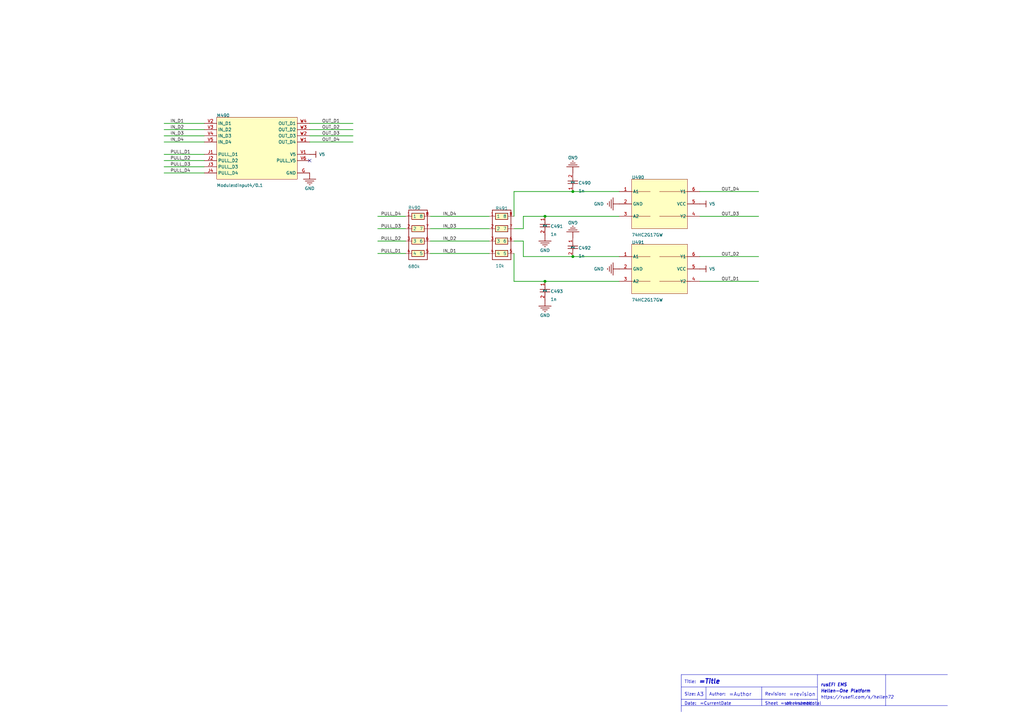
<source format=kicad_sch>
(kicad_sch (version 20210406) (generator eeschema)
  (paper "A3")
  (title_block (title "Hellen-One VR") (rev "0.1"))
  (lib_symbols
    (symbol "hellen1-dinput4-altium-import:0_74LVC2G34"
      (property "Value" "0_74LVC2G34" (at 0 0 0))
      (symbol "0_74LVC2G34_1_0"
        (rectangle (start 22.86 0) (end 0 -20.32) (fill (type background)))
        (polyline (pts (xy 0 -15.24) (xy 7.62 -15.24)))
        (polyline (pts (xy 0 -5.08) (xy 7.62 -5.08)))
        (polyline (pts (xy 11.43 -15.24) (xy 24.13 -15.24)))
        (polyline (pts (xy 22.86 -5.08) (xy 11.43 -5.08)))
        (pin input line (at -5.08 -5.08 0) (length 5.08) (name "A1") (number "1"))
        (pin passive line (at -5.08 -10.16 0) (length 5.08) (name "GND") (number "2"))
        (pin input line (at -5.08 -15.24 0) (length 5.08) (name "A2") (number "3"))
        (pin output line (at 27.94 -15.24 180) (length 5.08) (name "Y2") (number "4"))
        (pin power_in line (at 27.94 -10.16 180) (length 5.08) (name "VCC") (number "5"))
        (pin output line (at 27.94 -5.08 180) (length 5.08) (name "Y1") (number "6"))
      )
    )
    (symbol "hellen1-dinput4-altium-import:0_Cap"
      (property "Value" "0_Cap" (at 0 0 0))
      (symbol "0_Cap_1_0"
        (polyline (pts (xy -2.032 -3.302) (xy 2.032 -3.302)) (stroke (width 0.254)))
        (polyline (pts (xy 0 -5.08) (xy 0 -4.318)) (stroke (width 0.254)))
        (polyline (pts (xy 0 -2.54) (xy 0 -3.302)) (stroke (width 0.254)))
        (polyline (pts (xy 2.032 -4.318) (xy -2.032 -4.318)) (stroke (width 0.254)))
        (pin passive line (at 0 0 270) (length 2.54) (name "1") (number "1"))
        (pin passive line (at 0 -7.62 90) (length 2.54) (name "2") (number "2"))
      )
    )
    (symbol "hellen1-dinput4-altium-import:0_Mod-Hellen-DINPUT4"
      (property "Value" "0_Mod-Hellen-DINPUT4" (at 0 0 0))
      (symbol "0_Mod-Hellen-DINPUT4_1_0"
        (rectangle (start 33.02 0) (end 0 -25.4) (fill (type background)))
        (pin passive line (at 38.1 -22.86 180) (length 5.08) (name "GND") (number "G"))
        (pin passive line (at -5.08 -15.24 0) (length 5.08) (name "PULL_D1") (number "J1"))
        (pin passive line (at -5.08 -17.78 0) (length 5.08) (name "PULL_D2") (number "J2"))
        (pin passive line (at -5.08 -20.32 0) (length 5.08) (name "PULL_D3") (number "J3"))
        (pin passive line (at -5.08 -22.86 0) (length 5.08) (name "PULL_D4") (number "J4"))
        (pin passive line (at 38.1 -15.24 180) (length 5.08) (name "V5") (number "V1"))
        (pin passive line (at -5.08 -2.54 0) (length 5.08) (name "IN_D1") (number "V2"))
        (pin passive line (at -5.08 -5.08 0) (length 5.08) (name "IN_D2") (number "V3"))
        (pin passive line (at -5.08 -7.62 0) (length 5.08) (name "IN_D3") (number "V4"))
        (pin passive line (at -5.08 -10.16 0) (length 5.08) (name "IN_D4") (number "V5"))
        (pin passive line (at 38.1 -17.78 180) (length 5.08) (name "PULL_V5") (number "V6"))
        (pin passive line (at 38.1 -10.16 180) (length 5.08) (name "OUT_D4") (number "W1"))
        (pin passive line (at 38.1 -7.62 180) (length 5.08) (name "OUT_D3") (number "W2"))
        (pin passive line (at 38.1 -5.08 180) (length 5.08) (name "OUT_D2") (number "W3"))
        (pin passive line (at 38.1 -2.54 180) (length 5.08) (name "OUT_D1") (number "W4"))
      )
    )
    (symbol "hellen1-dinput4-altium-import:2_Cap"
      (property "Value" "2_Cap" (at 0 0 0))
      (symbol "2_Cap_1_0"
        (polyline (pts (xy -2.032 4.318) (xy 2.032 4.318)) (stroke (width 0.254)))
        (polyline (pts (xy 0 2.54) (xy 0 3.302)) (stroke (width 0.254)))
        (polyline (pts (xy 0 5.08) (xy 0 4.318)) (stroke (width 0.254)))
        (polyline (pts (xy 2.032 3.302) (xy -2.032 3.302)) (stroke (width 0.254)))
        (pin passive line (at 0 0 90) (length 2.54) (name "1") (number "1"))
        (pin passive line (at 0 7.62 270) (length 2.54) (name "2") (number "2"))
      )
    )
    (symbol "hellen1-dinput4-altium-import:3_Res Array 4"
      (property "Value" "3_Res Array 4" (at 0 0 0))
      (symbol "3_Res Array 4_1_0"
        (rectangle (start -2.54 -13.97) (end -7.62 -16.51) (stroke (width 0.254)) (fill (type background)))
        (rectangle (start -2.54 -8.89) (end -7.62 -11.43) (stroke (width 0.254)) (fill (type background)))
        (rectangle (start -2.54 -3.81) (end -7.62 -6.35) (stroke (width 0.254)) (fill (type background)))
        (rectangle (start -2.54 1.27) (end -7.62 -1.27) (stroke (width 0.254)) (fill (type background)))
        (polyline (pts (xy -8.89 -17.78) (xy -1.27 -17.78)) (stroke (width 0.254)))
        (polyline (pts (xy -8.89 2.54) (xy -8.89 -17.78)) (stroke (width 0.254)))
        (polyline (pts (xy -8.89 2.54) (xy -1.27 2.54)) (stroke (width 0.254)))
        (polyline (pts (xy -1.27 2.54) (xy -1.27 -17.78)) (stroke (width 0.254)))
        (pin passive line (at -10.16 0 0) (length 2.54) (name "1") (number "1"))
        (pin passive line (at -10.16 -5.08 0) (length 2.54) (name "2") (number "2"))
        (pin passive line (at -10.16 -10.16 0) (length 2.54) (name "3") (number "3"))
        (pin passive line (at -10.16 -15.24 0) (length 2.54) (name "4") (number "4"))
        (pin passive line (at 0 -15.24 180) (length 2.54) (name "5") (number "5"))
        (pin passive line (at 0 -10.16 180) (length 2.54) (name "6") (number "6"))
        (pin passive line (at 0 -5.08 180) (length 2.54) (name "7") (number "7"))
        (pin passive line (at 0 0 180) (length 2.54) (name "8") (number "8"))
      )
    )
    (symbol "hellen1-dinput4-altium-import:GND" (power)
      (property "Reference" "#PWR" (at 0 0 0))
      (property "Value" "GND" (at 0 6.35 0))
      (symbol "GND_0_0"
        (polyline (pts (xy -2.54 -2.54) (xy 2.54 -2.54)) (stroke (width 0.254)))
        (polyline (pts (xy -1.778 -3.302) (xy 1.778 -3.302)) (stroke (width 0.254)))
        (polyline (pts (xy -1.016 -4.064) (xy 1.016 -4.064)) (stroke (width 0.254)))
        (polyline (pts (xy -0.254 -4.826) (xy 0.254 -4.826)) (stroke (width 0.254)))
        (polyline (pts (xy 0 0) (xy 0 -2.54)) (stroke (width 0.254)))
        (pin power_in line (at 0 0 0) (length 0) hide (name "GND") (number ""))
      )
    )
    (symbol "hellen1-dinput4-altium-import:V5" (power)
      (property "Reference" "#PWR" (at 0 0 0))
      (property "Value" "V5" (at 0 3.81 0))
      (symbol "V5_0_0"
        (polyline (pts (xy -1.27 -2.54) (xy 1.27 -2.54)) (stroke (width 0.254)))
        (polyline (pts (xy 0 0) (xy 0 -2.54)) (stroke (width 0.254)))
        (pin power_in line (at 0 0 0) (length 0) hide (name "V5") (number ""))
      )
    )
  )
  (junction (at 223.52 88.7222) (diameter 1.016))
  (junction (at 223.52 115.3922) (diameter 1.016))
  (junction (at 234.95 78.5622) (diameter 1.016))
  (junction (at 234.95 105.2322) (diameter 1.016))
  (no_connect (at 127 65.8622))
  (wire (pts (xy 67.31 50.6222) (xy 83.82 50.6222)) (stroke (width 0.254)))
  (wire (pts (xy 67.31 53.1622) (xy 83.82 53.1622)) (stroke (width 0.254)))
  (wire (pts (xy 67.31 55.7022) (xy 83.82 55.7022)) (stroke (width 0.254)))
  (wire (pts (xy 67.31 58.2422) (xy 83.82 58.2422)) (stroke (width 0.254)))
  (wire (pts (xy 67.31 63.3222) (xy 83.82 63.3222)) (stroke (width 0.254)))
  (wire (pts (xy 67.31 65.8622) (xy 83.82 65.8622)) (stroke (width 0.254)))
  (wire (pts (xy 67.31 68.4022) (xy 83.82 68.4022)) (stroke (width 0.254)))
  (wire (pts (xy 67.31 70.9422) (xy 83.82 70.9422)) (stroke (width 0.254)))
  (wire (pts (xy 127 50.6222) (xy 144.78 50.6222)) (stroke (width 0.254)))
  (wire (pts (xy 127 53.1622) (xy 144.78 53.1622)) (stroke (width 0.254)))
  (wire (pts (xy 127 55.7022) (xy 144.78 55.7022)) (stroke (width 0.254)))
  (wire (pts (xy 127 58.2422) (xy 144.78 58.2422)) (stroke (width 0.254)))
  (wire (pts (xy 154.94 88.7222) (xy 166.37 88.7222)) (stroke (width 0.254)))
  (wire (pts (xy 154.94 93.8022) (xy 166.37 93.8022)) (stroke (width 0.254)))
  (wire (pts (xy 154.94 98.8822) (xy 166.37 98.8822)) (stroke (width 0.254)))
  (wire (pts (xy 154.94 103.9622) (xy 166.37 103.9622)) (stroke (width 0.254)))
  (wire (pts (xy 176.53 88.7222) (xy 200.66 88.7222)) (stroke (width 0.254)))
  (wire (pts (xy 176.53 93.8022) (xy 200.66 93.8022)) (stroke (width 0.254)))
  (wire (pts (xy 176.53 98.8822) (xy 200.66 98.8822)) (stroke (width 0.254)))
  (wire (pts (xy 176.53 103.9622) (xy 200.66 103.9622)) (stroke (width 0.254)))
  (wire (pts (xy 210.82 78.5622) (xy 210.82 88.7222)) (stroke (width 0.254)))
  (wire (pts (xy 210.82 115.3922) (xy 210.82 103.9622)) (stroke (width 0.254)))
  (wire (pts (xy 214.63 88.7222) (xy 214.63 93.8022)) (stroke (width 0.254)))
  (wire (pts (xy 214.63 93.8022) (xy 210.82 93.8022)) (stroke (width 0.254)))
  (wire (pts (xy 214.63 98.8822) (xy 210.82 98.8822)) (stroke (width 0.254)))
  (wire (pts (xy 214.63 105.2322) (xy 214.63 98.8822)) (stroke (width 0.254)))
  (wire (pts (xy 223.52 88.7222) (xy 214.63 88.7222)) (stroke (width 0.254)))
  (wire (pts (xy 223.52 115.3922) (xy 210.82 115.3922)) (stroke (width 0.254)))
  (wire (pts (xy 234.95 78.5622) (xy 210.82 78.5622)) (stroke (width 0.254)))
  (wire (pts (xy 234.95 105.2322) (xy 214.63 105.2322)) (stroke (width 0.254)))
  (wire (pts (xy 254 78.5622) (xy 234.95 78.5622)) (stroke (width 0.254)))
  (wire (pts (xy 254 88.7222) (xy 223.52 88.7222)) (stroke (width 0.254)))
  (wire (pts (xy 254 105.2322) (xy 234.95 105.2322)) (stroke (width 0.254)))
  (wire (pts (xy 254 115.3922) (xy 223.52 115.3922)) (stroke (width 0.254)))
  (wire (pts (xy 287.02 78.5622) (xy 311.15 78.5622)) (stroke (width 0.254)))
  (wire (pts (xy 287.02 88.7222) (xy 311.15 88.7222)) (stroke (width 0.254)))
  (wire (pts (xy 287.02 105.2322) (xy 311.15 105.2322)) (stroke (width 0.254)))
  (wire (pts (xy 287.02 115.3922) (xy 311.15 115.3922)) (stroke (width 0.254)))
  (polyline (pts (xy 279.4 276.6822) (xy 279.4 291.9222)) (stroke (width 0) (type solid)))
  (polyline (pts (xy 279.4 281.7622) (xy 335.28 281.7622)) (stroke (width 0) (type solid)))
  (polyline (pts (xy 279.4 286.8422) (xy 335.28 286.8422)) (stroke (width 0) (type solid)))
  (polyline (pts (xy 289.56 281.7622) (xy 289.56 286.8422)) (stroke (width 0) (type solid)))
  (polyline (pts (xy 312.42 281.7622) (xy 312.42 289.3822)) (stroke (width 0) (type solid)))
  (polyline (pts (xy 335.28 276.6822) (xy 335.28 289.3822)) (stroke (width 0) (type solid)))
  (polyline (pts (xy 363.22 276.6822) (xy 279.4 276.6822)) (stroke (width 0) (type solid)))
  (polyline (pts (xy 363.22 276.6822) (xy 363.22 289.3822)) (stroke (width 0) (type solid)))
  (polyline (pts (xy 363.22 289.3822) (xy 279.4 289.3822)) (stroke (width 0) (type solid)))
  (polyline (pts (xy 363.22 289.3822) (xy 388.62 289.3822)) (stroke (width 0) (type solid)))
  (polyline (pts (xy 388.62 276.6822) (xy 363.22 276.6822)) (stroke (width 0) (type solid)))
  (text "Title:" (at 280.67 280.4922 180) (effects (font (size 1.27 1.27)) (justify left bottom)))
  (text "Size:" (at 280.67 285.5722 180) (effects (font (size 1.27 1.27)) (justify left bottom)))
  (text "Date:" (at 280.67 289.3822 180) (effects (font (size 1.27 1.27)) (justify left bottom)))
  (text "A3" (at 285.75 285.8262 180) (effects (font (size 1.524 1.524)) (justify left bottom)))
  (text "=Title" (at 286.512 280.7462 180) (effects (font (size 1.905 1.905) bold italic) (justify left bottom)))
  (text "=CurrentDate" (at 287.02 289.3822 180) (effects (font (size 1.27 1.27)) (justify left bottom)))
  (text "Author:" (at 290.83 285.5722 180) (effects (font (size 1.27 1.27)) (justify left bottom)))
  (text "=Author" (at 298.958 285.8262 180) (effects (font (size 1.524 1.524)) (justify left bottom)))
  (text "Revision:" (at 313.69 285.5722 180) (effects (font (size 1.27 1.27)) (justify left bottom)))
  (text "Sheet" (at 313.69 289.3822 180) (effects (font (size 1.27 1.27)) (justify left bottom)))
  (text "=sheetnumber" (at 320.04 289.3822 180) (effects (font (size 1.27 1.27)) (justify left bottom)))
  (text "of" (at 322.326 289.3822 180) (effects (font (size 1.27 1.27)) (justify left bottom)))
  (text "=revision" (at 323.596 285.8262 180) (effects (font (size 1.524 1.524)) (justify left bottom)))
  (text "=sheettotal" (at 325.628 289.3822 180) (effects (font (size 1.27 1.27)) (justify left bottom)))
  (text "rusEFI EMS" (at 336.55 281.7622 180) (effects (font (size 1.27 1.27) bold italic) (justify left bottom)))
  (text "Hellen-One Platform" (at 336.55 284.3022 180) (effects (font (size 1.27 1.27) bold italic) (justify left bottom)))
  (text "https://rusefi.com/s/hellen72" (at 336.55 286.8422 180) (effects (font (size 1.27 1.27) italic) (justify left bottom)))
  (label "IN_D1" (at 69.85 50.6222 0))
  (label "IN_D2" (at 69.85 53.1622 0))
  (label "IN_D3" (at 69.85 55.7022 0))
  (label "IN_D4" (at 69.85 58.2422 0))
  (label "PULL_D1" (at 69.85 63.3222 0))
  (label "PULL_D2" (at 69.85 65.8622 0))
  (label "PULL_D3" (at 69.85 68.4022 0))
  (label "PULL_D4" (at 69.85 70.9422 0))
  (label "OUT_D1" (at 132.08 50.6222 0))
  (label "OUT_D2" (at 132.08 53.1622 0))
  (label "OUT_D3" (at 132.08 55.7022 0))
  (label "OUT_D4" (at 132.08 58.2422 0))
  (label "PULL_D4" (at 156.21 88.7222 0))
  (label "PULL_D3" (at 156.21 93.8022 0))
  (label "PULL_D2" (at 156.21 98.8822 0))
  (label "PULL_D1" (at 156.21 103.9622 0))
  (label "IN_D4" (at 181.61 88.7222 0))
  (label "IN_D3" (at 181.61 93.8022 0))
  (label "IN_D2" (at 181.61 98.8822 0))
  (label "IN_D1" (at 181.61 103.9622 0))
  (label "OUT_D4" (at 295.91 78.5622 0))
  (label "OUT_D3" (at 295.91 88.7222 0))
  (label "OUT_D2" (at 295.91 105.2322 0))
  (label "OUT_D1" (at 295.91 115.3922 0))
  (symbol (lib_id "hellen1-dinput4-altium-import:V5") (at 127 63.3222 90) (unit 1)
    (property "Reference" "#PWR?" (effects hide))
    (property "Value" "V5" (at 130.81 63.3222 -90) (effects (justify left)))
  )
  (symbol (lib_id "hellen1-dinput4-altium-import:V5") (at 287.02 83.6422 90) (unit 1)
    (property "Reference" "#PWR?" (effects hide))
    (property "Value" "V5" (at 290.83 83.6422 -90) (effects (justify left)))
  )
  (symbol (lib_id "hellen1-dinput4-altium-import:V5") (at 287.02 110.3122 90) (unit 1)
    (property "Reference" "#PWR?" (effects hide))
    (property "Value" "V5" (at 290.83 110.3122 -90) (effects (justify left)))
  )
  (symbol (lib_id "hellen1-dinput4-altium-import:GND") (at 127 70.9422 0) (unit 1)
    (property "Reference" "#PWR?" (effects hide))
    (property "Value" "GND" (at 127 77.2922 0))
  )
  (symbol (lib_id "hellen1-dinput4-altium-import:GND") (at 223.52 96.3422 0) (unit 1)
    (property "Reference" "#PWR?" (effects hide))
    (property "Value" "GND" (at 223.52 102.6922 0))
  )
  (symbol (lib_id "hellen1-dinput4-altium-import:GND") (at 223.52 123.0122 0) (unit 1)
    (property "Reference" "#PWR?" (effects hide))
    (property "Value" "GND" (at 223.52 129.3622 0))
  )
  (symbol (lib_id "hellen1-dinput4-altium-import:GND") (at 234.95 70.9422 180) (unit 1)
    (property "Reference" "#PWR?" (effects hide))
    (property "Value" "GND" (at 234.95 64.5922 -180))
  )
  (symbol (lib_id "hellen1-dinput4-altium-import:GND") (at 234.95 97.6122 180) (unit 1)
    (property "Reference" "#PWR?" (effects hide))
    (property "Value" "GND" (at 234.95 91.2622 -180))
  )
  (symbol (lib_id "hellen1-dinput4-altium-import:GND") (at 254 83.6422 270) (unit 1)
    (property "Reference" "#PWR?" (effects hide))
    (property "Value" "GND" (at 247.65 83.6422 -270) (effects (justify right)))
  )
  (symbol (lib_id "hellen1-dinput4-altium-import:GND") (at 254 110.3122 270) (unit 1)
    (property "Reference" "#PWR?" (effects hide))
    (property "Value" "GND" (at 247.65 110.3122 -270) (effects (justify right)))
  )
  (symbol (lib_id "hellen1-dinput4-altium-import:0_Cap") (at 223.52 88.7222 0) (unit 1)
    (property "Reference" "C491" (at 225.806 93.5482 0) (effects (justify left bottom)))
    (property "Value" "1n" (at 225.806 96.0882 0) (effects (justify left)))
    (property "Fitted" "True" (effects hide))
    (property "Supplier Part Number 1" "710-885012207079" (effects hide))
    (property "Supplier Part Number 2" "732-7673-1-ND" (effects hide))
    (property "Supplier 1" "Mouser" (effects hide))
    (property "Supplier 2" "Digi-Key" (effects hide))
    (property "PackageReference" "C0603" (effects hide))
    (property "Supplier Part Number 3" "C1588" (effects hide))
    (property "Type" "SMD" (effects hide))
    (property "Supplier 3" "LCSC" (effects hide))
  )
  (symbol (lib_id "hellen1-dinput4-altium-import:0_Cap") (at 223.52 115.3922 0) (unit 1)
    (property "Reference" "C493" (at 225.806 120.2182 0) (effects (justify left bottom)))
    (property "Value" "1n" (at 225.806 122.7582 0) (effects (justify left)))
    (property "Fitted" "True" (effects hide))
    (property "Supplier Part Number 1" "710-885012207079" (effects hide))
    (property "Supplier Part Number 2" "732-7673-1-ND" (effects hide))
    (property "Supplier 1" "Mouser" (effects hide))
    (property "Supplier 2" "Digi-Key" (effects hide))
    (property "PackageReference" "C0603" (effects hide))
    (property "Supplier Part Number 3" "C1588" (effects hide))
    (property "Type" "SMD" (effects hide))
    (property "Supplier 3" "LCSC" (effects hide))
  )
  (symbol (lib_id "hellen1-dinput4-altium-import:2_Cap") (at 234.95 78.5622 0) (unit 1)
    (property "Reference" "C490" (at 237.236 75.7682 0) (effects (justify left bottom)))
    (property "Value" "1n" (at 237.236 78.3082 0) (effects (justify left)))
    (property "Fitted" "True" (effects hide))
    (property "Supplier Part Number 1" "710-885012207079" (effects hide))
    (property "Supplier Part Number 2" "732-7673-1-ND" (effects hide))
    (property "Supplier 1" "Mouser" (effects hide))
    (property "Supplier 2" "Digi-Key" (effects hide))
    (property "PackageReference" "C0603" (effects hide))
    (property "Supplier Part Number 3" "C1588" (effects hide))
    (property "Type" "SMD" (effects hide))
    (property "Supplier 3" "LCSC" (effects hide))
  )
  (symbol (lib_id "hellen1-dinput4-altium-import:0_Cap") (at 234.95 97.6122 0) (unit 1)
    (property "Reference" "C492" (at 237.236 102.4382 0) (effects (justify left bottom)))
    (property "Value" "1n" (at 237.236 104.9782 0) (effects (justify left)))
    (property "Fitted" "True" (effects hide))
    (property "Supplier Part Number 1" "710-885012207079" (effects hide))
    (property "Supplier Part Number 2" "732-7673-1-ND" (effects hide))
    (property "Supplier 1" "Mouser" (effects hide))
    (property "Supplier 2" "Digi-Key" (effects hide))
    (property "PackageReference" "C0603" (effects hide))
    (property "Supplier Part Number 3" "C1588" (effects hide))
    (property "Type" "SMD" (effects hide))
    (property "Supplier 3" "LCSC" (effects hide))
  )
  (symbol (lib_id "hellen1-dinput4-altium-import:3_Res Array 4") (at 176.53 88.7222 0) (unit 1)
    (property "Reference" "R490" (at 167.386 85.9282 0) (effects (justify left bottom)))
    (property "Value" "680k" (at 167.386 109.2962 0) (effects (justify left)))
    (property "Fitted" "True" (effects hide))
    (property "Supplier Part Number 1" "*" (effects hide))
    (property "Supplier Part Number 2" "*" (effects hide))
    (property "Supplier 1" "Mouser" (effects hide))
    (property "Supplier 2" "Digi-Key" (effects hide))
    (property "Supplier Part Number 3" "C145776" (effects hide))
    (property "Supplier 3" "LCSC" (effects hide))
    (property "Type" "SMD" (effects hide))
    (property "PackageReference" "R0603-4" (effects hide))
  )
  (symbol (lib_id "hellen1-dinput4-altium-import:3_Res Array 4") (at 210.82 88.7222 0) (unit 1)
    (property "Reference" "R491" (at 203.2 86.1822 0) (effects (justify left bottom)))
    (property "Value" "10k" (at 203.2 109.0422 0) (effects (justify left)))
    (property "Fitted" "True" (effects hide))
    (property "Supplier Part Number 1" "*" (effects hide))
    (property "Supplier Part Number 2" "*" (effects hide))
    (property "Supplier 1" "Mouser" (effects hide))
    (property "Supplier 2" "Digi-Key" (effects hide))
    (property "Supplier Part Number 3" "C29718" (effects hide))
    (property "Supplier 3" "LCSC" (effects hide))
    (property "Type" "SMD" (effects hide))
    (property "PackageReference" "R0603-4" (effects hide))
  )
  (symbol (lib_id "hellen1-dinput4-altium-import:0_74LVC2G34") (at 259.08 73.4822 0) (unit 1)
    (property "Reference" "U490" (at 259.08 73.4822 0) (effects (justify left bottom)))
    (property "Value" "74HC2G17GW" (at 259.08 96.3422 0) (effects (justify left)))
    (property "PackageReference" "SOT-363" (effects hide))
    (property "Type" "SMD" (effects hide))
    (property "Supplier 1" "Mouser" (effects hide))
    (property "Supplier 2" "DigiKey" (effects hide))
    (property "Supplier 3" "LCSC" (effects hide))
    (property "Supplier Part Number 1" "*" (effects hide))
    (property "Supplier Part Number 2" "*" (effects hide))
    (property "Supplier Part Number 3" "C94189" (effects hide))
  )
  (symbol (lib_id "hellen1-dinput4-altium-import:0_74LVC2G34") (at 259.08 100.1522 0) (unit 1)
    (property "Reference" "U491" (at 259.08 100.1522 0) (effects (justify left bottom)))
    (property "Value" "74HC2G17GW" (at 259.08 123.0122 0) (effects (justify left)))
    (property "PackageReference" "SOT-363" (effects hide))
    (property "Type" "SMD" (effects hide))
    (property "Supplier 1" "Mouser" (effects hide))
    (property "Supplier 2" "DigiKey" (effects hide))
    (property "Supplier 3" "LCSC" (effects hide))
    (property "Supplier Part Number 1" "*" (effects hide))
    (property "Supplier Part Number 2" "*" (effects hide))
    (property "Supplier Part Number 3" "C94189" (effects hide))
  )
  (symbol (lib_id "hellen1-dinput4-altium-import:0_Mod-Hellen-DINPUT4") (at 88.9 48.0822 0) (unit 1)
    (property "Reference" "M490" (at 88.9 48.0822 0) (effects (justify left bottom)))
    (property "Value" "Module:dinput4/0.1" (at 88.9 76.0222 0) (effects (justify left)))
    (property "Publisher" "andreika" (effects hide))
    (property "Supplier Part Number 1" "*" (effects hide))
    (property "Supplier Part Number 2" "*" (effects hide))
    (property "Supplier 1" "Mouser" (effects hide))
    (property "Supplier 2" "Digi-Key" (effects hide))
    (property "Fitted" "False" (effects hide))
    (property "Supplier 3" "LCSC" (effects hide))
    (property "Type" "Module" (effects hide))
  )
)
</source>
